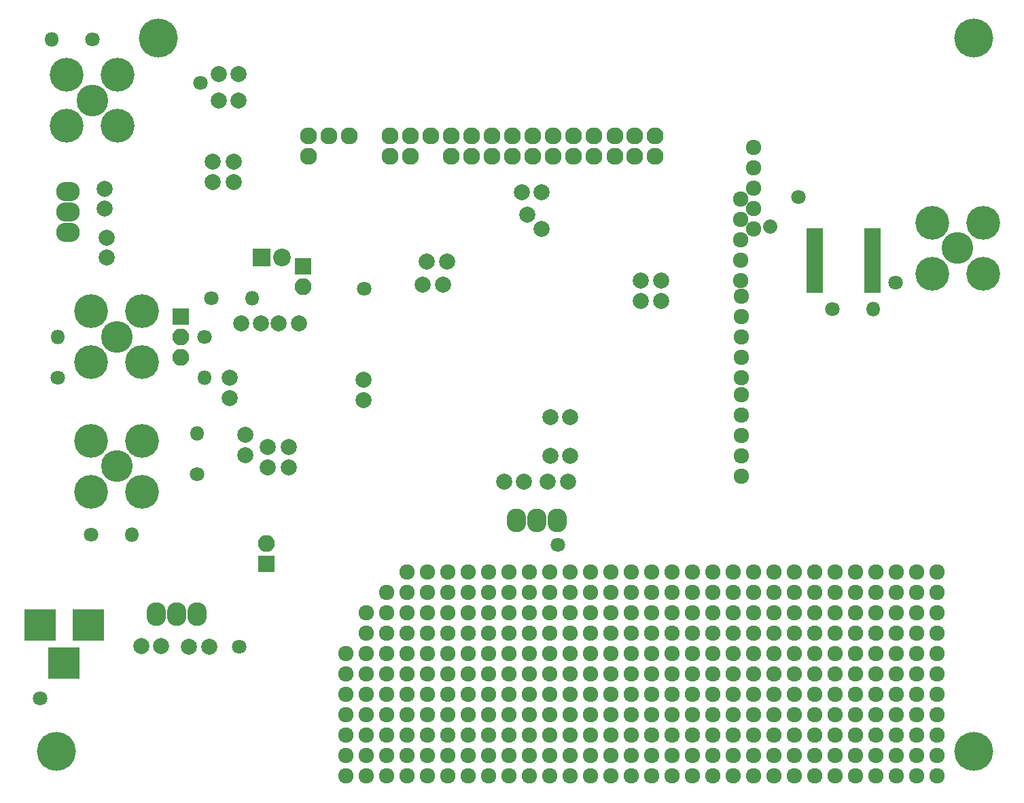
<source format=gbr>
G04 #@! TF.FileFunction,Soldermask,Bot*
%FSLAX46Y46*%
G04 Gerber Fmt 4.6, Leading zero omitted, Abs format (unit mm)*
G04 Created by KiCad (PCBNEW 4.0.2-stable) date 5/30/2017 2:34:24 PM*
%MOMM*%
G01*
G04 APERTURE LIST*
%ADD10C,0.100000*%
%ADD11C,1.924000*%
%ADD12C,4.845000*%
%ADD13C,2.127200*%
%ADD14O,2.127200X2.127200*%
%ADD15C,2.000000*%
%ADD16R,3.900000X3.900000*%
%ADD17R,2.200000X2.200000*%
%ADD18C,2.200000*%
%ADD19R,2.100000X2.100000*%
%ADD20O,2.100000X2.100000*%
%ADD21C,4.210000*%
%ADD22C,3.956000*%
%ADD23C,1.800000*%
%ADD24O,1.800000X1.800000*%
%ADD25R,2.150000X0.850000*%
%ADD26O,2.940000X2.432000*%
%ADD27O,2.432000X2.940000*%
%ADD28C,1.800000*%
%ADD29C,1.799924*%
G04 APERTURE END LIST*
D10*
D11*
X138938000Y-98298000D03*
X138938000Y-105918000D03*
X138938000Y-100838000D03*
X138938000Y-103378000D03*
X138938000Y-108458000D03*
X138938000Y-110998000D03*
X138938000Y-113538000D03*
X138938000Y-116078000D03*
X138938000Y-123698000D03*
X138938000Y-121158000D03*
X138938000Y-118618000D03*
X141478000Y-118618000D03*
X141478000Y-121158000D03*
X141478000Y-123698000D03*
X141478000Y-116078000D03*
X141478000Y-113538000D03*
X141478000Y-110998000D03*
X141478000Y-108458000D03*
X141478000Y-103378000D03*
X141478000Y-100838000D03*
X141478000Y-105918000D03*
X141478000Y-98298000D03*
X128778000Y-98298000D03*
X128778000Y-105918000D03*
X128778000Y-100838000D03*
X128778000Y-103378000D03*
X128778000Y-108458000D03*
X128778000Y-110998000D03*
X128778000Y-113538000D03*
X128778000Y-116078000D03*
X128778000Y-123698000D03*
X128778000Y-121158000D03*
X128778000Y-118618000D03*
X131318000Y-118618000D03*
X131318000Y-121158000D03*
X131318000Y-123698000D03*
X131318000Y-116078000D03*
X131318000Y-113538000D03*
X131318000Y-110998000D03*
X131318000Y-108458000D03*
X131318000Y-103378000D03*
X131318000Y-100838000D03*
X131318000Y-105918000D03*
X131318000Y-98298000D03*
X136398000Y-98298000D03*
X136398000Y-105918000D03*
X136398000Y-100838000D03*
X136398000Y-103378000D03*
X136398000Y-108458000D03*
X136398000Y-110998000D03*
X136398000Y-113538000D03*
X136398000Y-116078000D03*
X136398000Y-123698000D03*
X136398000Y-121158000D03*
X136398000Y-118618000D03*
X133858000Y-118618000D03*
X133858000Y-121158000D03*
X133858000Y-123698000D03*
X133858000Y-116078000D03*
X133858000Y-113538000D03*
X133858000Y-110998000D03*
X133858000Y-108458000D03*
X133858000Y-103378000D03*
X133858000Y-100838000D03*
X133858000Y-105918000D03*
X133858000Y-98298000D03*
X123698000Y-98298000D03*
X123698000Y-105918000D03*
X123698000Y-100838000D03*
X123698000Y-103378000D03*
X123698000Y-108458000D03*
X123698000Y-110998000D03*
X123698000Y-113538000D03*
X123698000Y-116078000D03*
X123698000Y-123698000D03*
X123698000Y-121158000D03*
X123698000Y-118618000D03*
X126238000Y-118618000D03*
X126238000Y-121158000D03*
X126238000Y-123698000D03*
X126238000Y-116078000D03*
X126238000Y-113538000D03*
X126238000Y-110998000D03*
X126238000Y-108458000D03*
X126238000Y-103378000D03*
X126238000Y-100838000D03*
X126238000Y-105918000D03*
X126238000Y-98298000D03*
X121158000Y-98298000D03*
X121158000Y-105918000D03*
X121158000Y-100838000D03*
X121158000Y-103378000D03*
X121158000Y-108458000D03*
X121158000Y-110998000D03*
X121158000Y-113538000D03*
X121158000Y-116078000D03*
X121158000Y-123698000D03*
X121158000Y-121158000D03*
X121158000Y-118618000D03*
X118618000Y-118618000D03*
X118618000Y-121158000D03*
X118618000Y-123698000D03*
X118618000Y-116078000D03*
X118618000Y-113538000D03*
X118618000Y-110998000D03*
X118618000Y-108458000D03*
X118618000Y-103378000D03*
X118618000Y-100838000D03*
X118618000Y-105918000D03*
X118618000Y-98298000D03*
X93218000Y-98298000D03*
X93218000Y-105918000D03*
X93218000Y-100838000D03*
X93218000Y-103378000D03*
X93218000Y-108458000D03*
X93218000Y-110998000D03*
X93218000Y-113538000D03*
X93218000Y-116078000D03*
X93218000Y-123698000D03*
X93218000Y-121158000D03*
X93218000Y-118618000D03*
X95758000Y-118618000D03*
X95758000Y-121158000D03*
X95758000Y-123698000D03*
X95758000Y-116078000D03*
X95758000Y-113538000D03*
X95758000Y-110998000D03*
X95758000Y-108458000D03*
X95758000Y-103378000D03*
X95758000Y-100838000D03*
X95758000Y-105918000D03*
X95758000Y-98298000D03*
X100838000Y-98298000D03*
X100838000Y-105918000D03*
X100838000Y-100838000D03*
X100838000Y-103378000D03*
X100838000Y-108458000D03*
X100838000Y-110998000D03*
X100838000Y-113538000D03*
X100838000Y-116078000D03*
X100838000Y-123698000D03*
X100838000Y-121158000D03*
X100838000Y-118618000D03*
X98298000Y-118618000D03*
X98298000Y-121158000D03*
X98298000Y-123698000D03*
X98298000Y-116078000D03*
X98298000Y-113538000D03*
X98298000Y-110998000D03*
X98298000Y-108458000D03*
X98298000Y-103378000D03*
X98298000Y-100838000D03*
X98298000Y-105918000D03*
X98298000Y-98298000D03*
X108458000Y-98298000D03*
X108458000Y-105918000D03*
X108458000Y-100838000D03*
X108458000Y-103378000D03*
X108458000Y-108458000D03*
X108458000Y-110998000D03*
X108458000Y-113538000D03*
X108458000Y-116078000D03*
X108458000Y-123698000D03*
X108458000Y-121158000D03*
X108458000Y-118618000D03*
X110998000Y-118618000D03*
X110998000Y-121158000D03*
X110998000Y-123698000D03*
X110998000Y-116078000D03*
X110998000Y-113538000D03*
X110998000Y-110998000D03*
X110998000Y-108458000D03*
X110998000Y-103378000D03*
X110998000Y-100838000D03*
X110998000Y-105918000D03*
X110998000Y-98298000D03*
X105918000Y-98298000D03*
X105918000Y-105918000D03*
X105918000Y-100838000D03*
X105918000Y-103378000D03*
X105918000Y-108458000D03*
X105918000Y-110998000D03*
X105918000Y-113538000D03*
X105918000Y-116078000D03*
X105918000Y-123698000D03*
X105918000Y-121158000D03*
X105918000Y-118618000D03*
X103378000Y-118618000D03*
X103378000Y-121158000D03*
X103378000Y-123698000D03*
X103378000Y-116078000D03*
X103378000Y-113538000D03*
X103378000Y-110998000D03*
X103378000Y-108458000D03*
X103378000Y-103378000D03*
X103378000Y-100838000D03*
X103378000Y-105918000D03*
X103378000Y-98298000D03*
X116078000Y-98298000D03*
X116078000Y-105918000D03*
X116078000Y-100838000D03*
X116078000Y-103378000D03*
X116078000Y-108458000D03*
X116078000Y-110998000D03*
X116078000Y-113538000D03*
X116078000Y-116078000D03*
X116078000Y-123698000D03*
X116078000Y-121158000D03*
X116078000Y-118618000D03*
X113538000Y-118618000D03*
X113538000Y-121158000D03*
X113538000Y-123698000D03*
X113538000Y-116078000D03*
X113538000Y-113538000D03*
X113538000Y-110998000D03*
X113538000Y-108458000D03*
X113538000Y-103378000D03*
X113538000Y-100838000D03*
X113538000Y-105918000D03*
X113538000Y-98298000D03*
X88138000Y-98298000D03*
X88138000Y-105918000D03*
X88138000Y-100838000D03*
X88138000Y-103378000D03*
X88138000Y-108458000D03*
X88138000Y-110998000D03*
X88138000Y-113538000D03*
X88138000Y-116078000D03*
X88138000Y-123698000D03*
X88138000Y-121158000D03*
X88138000Y-118618000D03*
X90678000Y-118618000D03*
X90678000Y-121158000D03*
X90678000Y-123698000D03*
X90678000Y-116078000D03*
X90678000Y-113538000D03*
X90678000Y-110998000D03*
X90678000Y-108458000D03*
X90678000Y-103378000D03*
X90678000Y-100838000D03*
X90678000Y-105918000D03*
X90678000Y-98298000D03*
X77978000Y-98298000D03*
X77978000Y-105918000D03*
X77978000Y-100838000D03*
X77978000Y-103378000D03*
X77978000Y-108458000D03*
X77978000Y-110998000D03*
X77978000Y-113538000D03*
X77978000Y-116078000D03*
X77978000Y-123698000D03*
X77978000Y-121158000D03*
X77978000Y-118618000D03*
X80518000Y-118618000D03*
X80518000Y-121158000D03*
X80518000Y-123698000D03*
X80518000Y-116078000D03*
X80518000Y-113538000D03*
X80518000Y-110998000D03*
X80518000Y-108458000D03*
X80518000Y-103378000D03*
X80518000Y-100838000D03*
X80518000Y-105918000D03*
X80518000Y-98298000D03*
X85598000Y-98298000D03*
X85598000Y-105918000D03*
X85598000Y-100838000D03*
X85598000Y-103378000D03*
X85598000Y-108458000D03*
X85598000Y-110998000D03*
X85598000Y-113538000D03*
X85598000Y-116078000D03*
X85598000Y-123698000D03*
X85598000Y-121158000D03*
X85598000Y-118618000D03*
X83058000Y-118618000D03*
X83058000Y-121158000D03*
X83058000Y-123698000D03*
X83058000Y-116078000D03*
X83058000Y-113538000D03*
X83058000Y-110998000D03*
X83058000Y-108458000D03*
X83058000Y-103378000D03*
X83058000Y-100838000D03*
X83058000Y-105918000D03*
X83058000Y-98298000D03*
X72898000Y-105918000D03*
X72898000Y-100838000D03*
X72898000Y-103378000D03*
X72898000Y-108458000D03*
X72898000Y-110998000D03*
X72898000Y-113538000D03*
X72898000Y-116078000D03*
X72898000Y-123698000D03*
X72898000Y-121158000D03*
X72898000Y-118618000D03*
X75438000Y-118618000D03*
X75438000Y-121158000D03*
X75438000Y-123698000D03*
X75438000Y-116078000D03*
X75438000Y-113538000D03*
X75438000Y-110998000D03*
X75438000Y-108458000D03*
X75438000Y-103378000D03*
X75438000Y-100838000D03*
X75438000Y-105918000D03*
X75438000Y-98298000D03*
X70358000Y-105918000D03*
X70358000Y-103378000D03*
X70358000Y-108458000D03*
X70358000Y-110998000D03*
X70358000Y-113538000D03*
X70358000Y-116078000D03*
X70358000Y-123698000D03*
X70358000Y-121158000D03*
X70358000Y-118618000D03*
X67818000Y-118618000D03*
X67818000Y-121158000D03*
X67818000Y-123698000D03*
X67818000Y-116078000D03*
X67818000Y-113538000D03*
X67818000Y-110998000D03*
X67818000Y-108458000D03*
D12*
X146050000Y-120650000D03*
X31750000Y-120650000D03*
X44450000Y-31750000D03*
X146050000Y-31750000D03*
D13*
X106299000Y-43942000D03*
D14*
X106299000Y-46482000D03*
X103759000Y-43942000D03*
X103799000Y-46442000D03*
X101299000Y-43942000D03*
X101299000Y-46442000D03*
X98679000Y-43942000D03*
X98679000Y-46482000D03*
X96139000Y-43942000D03*
X96139000Y-46482000D03*
X93599000Y-43942000D03*
X93599000Y-46482000D03*
X91059000Y-43942000D03*
X91059000Y-46482000D03*
X88519000Y-43942000D03*
X88519000Y-46482000D03*
X85979000Y-43942000D03*
X85979000Y-46482000D03*
X83439000Y-43942000D03*
X83439000Y-46482000D03*
X80899000Y-43942000D03*
X80899000Y-46482000D03*
X78359000Y-43942000D03*
X75819000Y-43942000D03*
X75819000Y-46482000D03*
X73279000Y-43942000D03*
X73279000Y-46482000D03*
X68199000Y-43942000D03*
X65659000Y-43942000D03*
X63119000Y-43942000D03*
X63119000Y-46482000D03*
D15*
X53340000Y-76581000D03*
X53340000Y-74081000D03*
X55245000Y-83693000D03*
X55245000Y-81193000D03*
X53848000Y-47117000D03*
X53848000Y-49617000D03*
X58039000Y-82677000D03*
X58039000Y-85177000D03*
X51943000Y-36195000D03*
X54443000Y-36195000D03*
X60706000Y-85217000D03*
X60706000Y-82717000D03*
X51181000Y-47117000D03*
X51181000Y-49617000D03*
X51943000Y-39497000D03*
X54443000Y-39497000D03*
X69977000Y-76835000D03*
X69977000Y-74335000D03*
X54737000Y-67310000D03*
X57237000Y-67310000D03*
X59436000Y-67310000D03*
X61936000Y-67310000D03*
X80391000Y-59563000D03*
X77891000Y-59563000D03*
X79883000Y-62484000D03*
X77383000Y-62484000D03*
X92202000Y-50927000D03*
X89702000Y-50927000D03*
X92202000Y-55499000D03*
X90434233Y-53731233D03*
X95758000Y-78994000D03*
X93258000Y-78994000D03*
X95758000Y-83820000D03*
X93258000Y-83820000D03*
X107061000Y-61976000D03*
X107061000Y-64476000D03*
X104521000Y-61976000D03*
X104521000Y-64476000D03*
X37968845Y-56596326D03*
X37968845Y-59096326D03*
X37714847Y-50500323D03*
X37714847Y-53000323D03*
X42273175Y-107501346D03*
X44773175Y-107501346D03*
X48260000Y-107569000D03*
X50760000Y-107569000D03*
X87503000Y-86995000D03*
X90003000Y-86995000D03*
X92964000Y-86995000D03*
X95464000Y-86995000D03*
D16*
X35687000Y-104902000D03*
X29687000Y-104902000D03*
X32687000Y-109602000D03*
D17*
X57277000Y-59055000D03*
D18*
X59817000Y-59055000D03*
D19*
X47244000Y-66421000D03*
D20*
X47244000Y-68961000D03*
X47244000Y-71501000D03*
D21*
X36068000Y-81915000D03*
D22*
X39243000Y-85090000D03*
D21*
X42418000Y-81915000D03*
X36068000Y-88265000D03*
X42418000Y-88265000D03*
X36068000Y-65786000D03*
D22*
X39243000Y-68961000D03*
D21*
X42418000Y-65786000D03*
X36068000Y-72136000D03*
X42418000Y-72136000D03*
X33020000Y-36322000D03*
D22*
X36195000Y-39497000D03*
D21*
X39370000Y-36322000D03*
X33020000Y-42672000D03*
X39370000Y-42672000D03*
X140843000Y-54737000D03*
D22*
X144018000Y-57912000D03*
D21*
X147193000Y-54737000D03*
X140843000Y-61087000D03*
X147193000Y-61087000D03*
D23*
X36195000Y-31877000D03*
D24*
X31115000Y-31877000D03*
D23*
X36068000Y-93599000D03*
D24*
X41148000Y-93599000D03*
D23*
X31877000Y-74041000D03*
D24*
X31877000Y-68961000D03*
D23*
X49276000Y-86106000D03*
D24*
X49276000Y-81026000D03*
D23*
X50165000Y-68961000D03*
D24*
X50165000Y-74041000D03*
D23*
X51054000Y-64135000D03*
D24*
X56134000Y-64135000D03*
D23*
X128397000Y-65532000D03*
D24*
X133477000Y-65532000D03*
D11*
X117094000Y-76200000D03*
X117094000Y-78740000D03*
X117094000Y-81280000D03*
X117094000Y-83820000D03*
X117094000Y-86360000D03*
X118618000Y-45339000D03*
X118618000Y-47879000D03*
X118618000Y-50419000D03*
X118618000Y-52959000D03*
X118618000Y-55499000D03*
X116967000Y-61976000D03*
X116967000Y-59436000D03*
X116967000Y-56896000D03*
X116967000Y-54356000D03*
X116967000Y-51816000D03*
X117094000Y-63881000D03*
X117094000Y-66421000D03*
X117094000Y-68961000D03*
X117094000Y-71501000D03*
X117094000Y-74041000D03*
D25*
X126194000Y-63011000D03*
X126194000Y-62361000D03*
X126194000Y-61711000D03*
X126194000Y-61061000D03*
X126194000Y-60411000D03*
X126194000Y-59761000D03*
X126194000Y-59111000D03*
X126194000Y-58461000D03*
X126194000Y-57811000D03*
X126194000Y-57161000D03*
X126194000Y-56511000D03*
X126194000Y-55861000D03*
X133394000Y-55861000D03*
X133394000Y-56511000D03*
X133394000Y-57161000D03*
X133394000Y-57811000D03*
X133394000Y-58461000D03*
X133394000Y-59111000D03*
X133394000Y-59761000D03*
X133394000Y-60411000D03*
X133394000Y-61061000D03*
X133394000Y-61711000D03*
X133394000Y-62361000D03*
X133394000Y-63011000D03*
D26*
X33142848Y-53421324D03*
X33142848Y-50881324D03*
X33142848Y-55961324D03*
D27*
X46736000Y-103505000D03*
X49276000Y-103505000D03*
X44196000Y-103505000D03*
X91567000Y-91821000D03*
X94107000Y-91821000D03*
X89027000Y-91821000D03*
D23*
X124206000Y-51562000D03*
D28*
X120613898Y-55154102D02*
X120613898Y-55154102D01*
D29*
X29718000Y-114046000D03*
X54483000Y-107569000D03*
X94234000Y-94869000D03*
X136271000Y-62230000D03*
X49657000Y-37338000D03*
D19*
X57912000Y-97282000D03*
D20*
X57912000Y-94742000D03*
D19*
X62484000Y-60198000D03*
D20*
X62484000Y-62738000D03*
D29*
X70104000Y-62992000D03*
M02*

</source>
